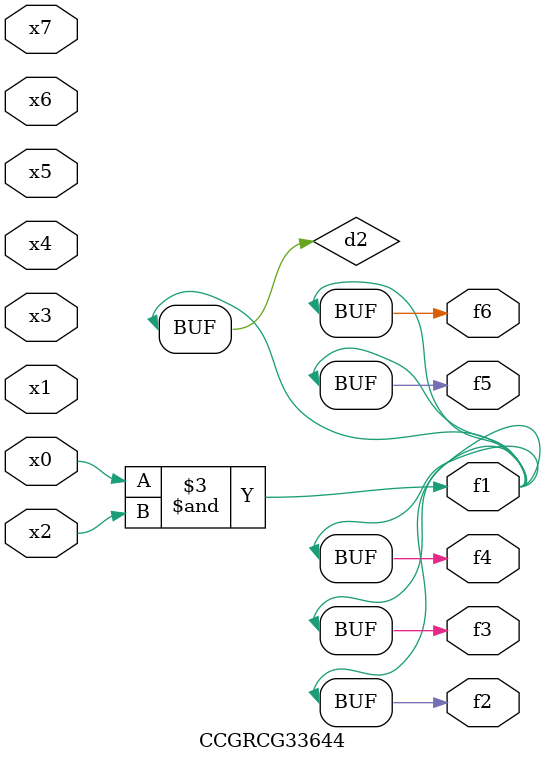
<source format=v>
module CCGRCG33644(
	input x0, x1, x2, x3, x4, x5, x6, x7,
	output f1, f2, f3, f4, f5, f6
);

	wire d1, d2;

	nor (d1, x3, x6);
	and (d2, x0, x2);
	assign f1 = d2;
	assign f2 = d2;
	assign f3 = d2;
	assign f4 = d2;
	assign f5 = d2;
	assign f6 = d2;
endmodule

</source>
